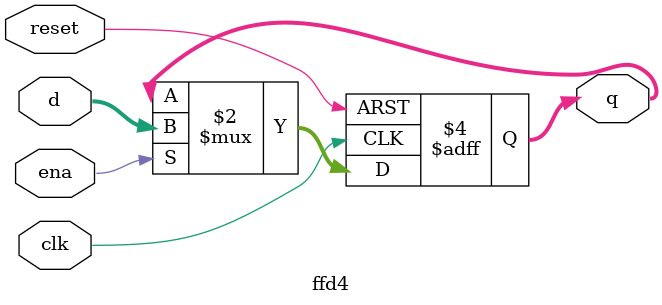
<source format=v>
module updown(output  y1, output y2);
	assign y1 = 0;
	assign y2 = 1;
endmodule



module ffd1(input clk, input reset, input ena, input d, output reg q);

	always @ (posedge clk, posedge reset)
		if (reset)
			q <= 1'b0;
		else if (ena)
			q <= d;			
endmodule

module ffd2(input clk, input reset, input ena, input [1:0]d, output reg [1:0]q);

	always @ (posedge clk, posedge reset)
		if (reset)
			q <= 2'b0;
		else if (ena)
			q <= d;			
endmodule

module ffd4(input clk, input reset, input ena, input [3:0]d, output reg [3:0]q);

	always @ (posedge clk, posedge reset)
		if (reset)
			q <= 4'b0;
		else if (ena)
			q <= d;			
endmodule






</source>
